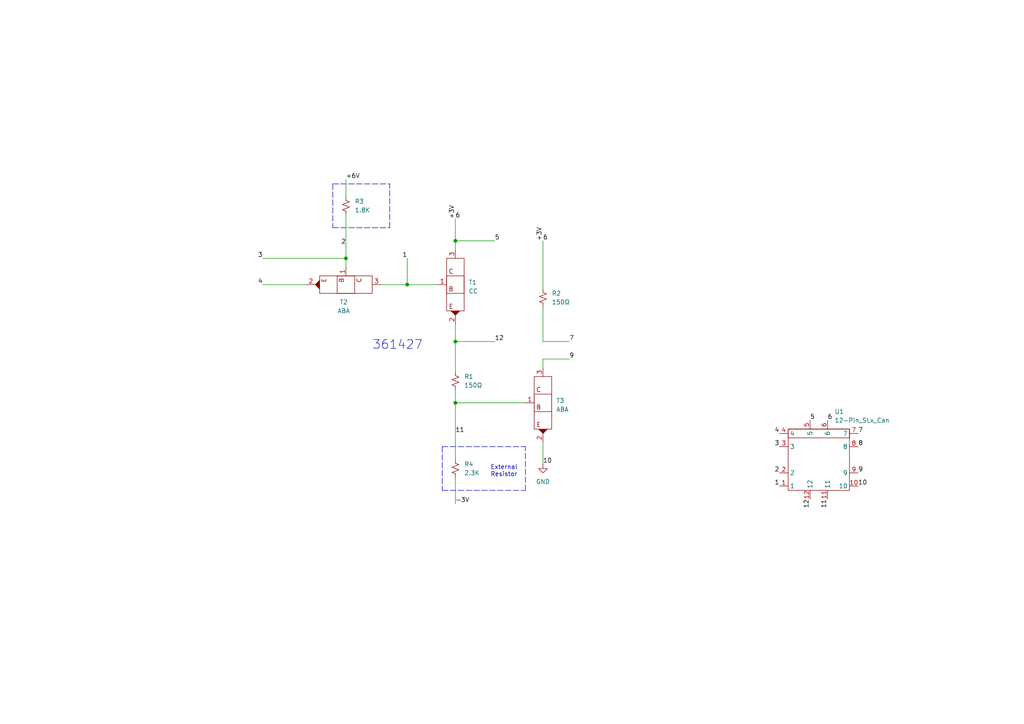
<source format=kicad_sch>
(kicad_sch (version 20211123) (generator eeschema)
  (paper "A4")
  (lib_symbols
    (symbol "Device:R_Small_US" (pin_numbers hide) (pin_names (offset 0.254) hide)
      (property "Reference" "R" (at 0.762 0.508 0))
      (property "Value" "R_Small_US" (at 0.762 -1.016 0))
      (symbol "R_Small_US_1_1"
        (polyline (pts (xy 0 0) (xy 1.016 -0.381) (xy 0 -0.762) (xy -1.016 -1.143) (xy 0 -1.524)))
        (polyline (pts (xy 0 1.524) (xy 1.016 1.143) (xy 0 0.762) (xy -1.016 0.381) (xy 0 0)))
        (pin passive line (at 0 2.54 270) (length 1.016) (name "~") (number "1"))
        (pin passive line (at 0 -2.54 90) (length 1.016) (name "~") (number "2"))
      )
    )
    (symbol "IBM_SLT-SLD:12-Pin_SLx_Can"
      (property "Reference" "U" (at 0 -2.54 0))
      (property "Value" "12-Pin_SLx_Can" (at 0 0 0))
      (symbol "12-Pin_SLx_Can_0_1"
        (rectangle (start -8.89 8.89) (end 8.89 -8.89))
        (rectangle (start -8.89 8.89) (end 8.89 6.35))
      )
      (symbol "12-Pin_SLx_Can_1_1"
        (pin passive line (at -11.43 -7.62 0) (length 2.54) (name "1") (number "1"))
        (pin passive line (at 11.43 -7.62 180) (length 2.54) (name "10") (number "10"))
        (pin passive line (at 2.54 -11.43 90) (length 2.54) (name "11") (number "11"))
        (pin passive line (at -2.54 -11.43 90) (length 2.54) (name "12") (number "12"))
        (pin passive line (at -11.43 -3.81 0) (length 2.54) (name "2") (number "2"))
        (pin passive line (at -11.43 3.81 0) (length 2.54) (name "3") (number "3"))
        (pin passive line (at -11.43 7.62 0) (length 2.54) (name "4") (number "4"))
        (pin passive line (at -2.54 11.43 270) (length 2.54) (name "5") (number "5"))
        (pin passive line (at 2.54 11.43 270) (length 2.54) (name "6") (number "6"))
        (pin passive line (at 11.43 7.62 180) (length 2.54) (name "7") (number "7"))
        (pin passive line (at 11.43 3.81 180) (length 2.54) (name "8") (number "8"))
        (pin passive line (at 11.43 -3.81 180) (length 2.54) (name "9") (number "9"))
      )
    )
    (symbol "IBM_SLT-SLD:IBM_Transistor"
      (property "Reference" "T" (at 0 5.08 0))
      (property "Value" "IBM_Transistor" (at 7.62 8.89 0))
      (symbol "IBM_Transistor_0_0"
        (text "B" (at -1.27 -1.27 0) (effects (font (size 1.27 1.27))))
        (text "C" (at -1.27 3.81 0) (effects (font (size 1.27 1.27))))
        (text "E" (at -1.27 -6.35 0) (effects (font (size 1.27 1.27))))
      )
      (symbol "IBM_Transistor_0_1"
        (rectangle (start -2.54 2.54) (end 2.54 -2.54))
        (rectangle (start -2.54 7.62) (end 2.54 -7.62))
        (polyline (pts (xy -1.27 -7.62) (xy 0 -8.89) (xy 1.27 -7.62)) (fill (type outline)))
      )
      (symbol "IBM_Transistor_1_1"
        (pin passive line (at -5.08 0 0) (length 2.54) (name "B") (number "1"))
        (pin passive line (at 0 -11.43 90) (length 2.54) (name "E") (number "2"))
        (pin passive line (at 0 10.16 270) (length 2.54) (name "C") (number "3"))
      )
    )
    (symbol "power:GND" (power) (pin_names (offset 0))
      (property "Value" "GND" (at 0 -3.81 0))
      (symbol "GND_0_1"
        (polyline (pts (xy 0 0) (xy 0 -1.27) (xy 1.27 -1.27) (xy 0 -2.54) (xy -1.27 -1.27) (xy 0 -1.27)))
      )
      (symbol "GND_1_1"
        (pin power_in line (at 0 0 270) (length 0) hide (name "GND") (number "1"))
      )
    )
  )
  (junction (at 118.11 82.55))
  (junction (at 132.08 69.85))
  (junction (at 100.33 74.93))
  (junction (at 132.08 99.06))
  (junction (at 132.08 116.84))
  (polyline (pts (xy 152.4 142.24) (xy 152.4 129.54)))
  (polyline (pts (xy 128.27 142.24) (xy 152.4 142.24)))
  (wire (pts (xy 118.11 82.55) (xy 127 82.55)))
  (wire (pts (xy 100.33 74.93) (xy 100.33 77.47)))
  (wire (pts (xy 132.08 63.5) (xy 132.08 69.85)))
  (wire (pts (xy 76.2 82.55) (xy 88.9 82.55)))
  (wire (pts (xy 132.08 116.84) (xy 132.08 133.35)))
  (wire (pts (xy 157.48 104.14) (xy 165.1 104.14)))
  (wire (pts (xy 143.51 99.06) (xy 132.08 99.06)))
  (wire (pts (xy 100.33 52.07) (xy 100.33 57.15)))
  (wire (pts (xy 132.08 99.06) (xy 132.08 93.98)))
  (wire (pts (xy 157.48 128.27) (xy 157.48 134.62)))
  (polyline (pts (xy 128.27 129.54) (xy 128.27 142.24)))
  (polyline (pts (xy 96.52 53.34) (xy 96.52 66.04)))
  (wire (pts (xy 132.08 116.84) (xy 152.4 116.84)))
  (wire (pts (xy 110.49 82.55) (xy 118.11 82.55)))
  (wire (pts (xy 118.11 82.55) (xy 118.11 74.93)))
  (wire (pts (xy 157.48 99.06) (xy 157.48 88.9)))
  (wire (pts (xy 165.1 99.06) (xy 157.48 99.06)))
  (wire (pts (xy 132.08 138.43) (xy 132.08 146.05)))
  (wire (pts (xy 132.08 116.84) (xy 132.08 113.03)))
  (wire (pts (xy 100.33 62.23) (xy 100.33 74.93)))
  (wire (pts (xy 157.48 106.68) (xy 157.48 104.14)))
  (wire (pts (xy 132.08 99.06) (xy 132.08 107.95)))
  (wire (pts (xy 76.2 74.93) (xy 100.33 74.93)))
  (polyline (pts (xy 128.27 129.54) (xy 152.4 129.54)))
  (polyline (pts (xy 96.52 53.34) (xy 113.03 53.34)))
  (polyline (pts (xy 96.52 66.04) (xy 113.03 66.04)))
  (wire (pts (xy 132.08 69.85) (xy 132.08 72.39)))
  (wire (pts (xy 132.08 69.85) (xy 143.51 69.85)))
  (polyline (pts (xy 113.03 66.04) (xy 113.03 53.34)))
  (wire (pts (xy 157.48 69.85) (xy 157.48 83.82)))
  (text "External\nResistor" (at 142.24 138.43 0) (effects (font (size 1.27 1.27)) (justify left bottom)))
  (text "361427" (at 107.95 101.6 0) (effects (font (size 2.54 2.54)) (justify left bottom)))
  (label "9" (at 248.92 137.16 0))
  (label "7" (at 248.92 125.73 0))
  (label "6" (at 157.48 69.85 0))
  (label "9" (at 165.1 104.14 0))
  (label "5" (at 234.95 121.92 0))
  (label "11" (at 240.03 144.78 270))
  (label "12" (at 143.51 99.06 0))
  (label "5" (at 143.51 69.85 0))
  (label "7" (at 165.1 99.06 0))
  (label "4" (at 226.06 125.73 180))
  (label "6" (at 132.08 63.5 0))
  (label "10" (at 248.92 140.97 0))
  (label "3" (at 226.06 129.54 180))
  (label "11" (at 132.08 125.73 0))
  (label "8" (at 248.92 129.54 0))
  (label "2" (at 100.33 71.12 180))
  (label "1" (at 226.06 140.97 180))
  (label "1" (at 118.11 74.93 180))
  (label "-3V" (at 132.08 146.05 0))
  (label "10" (at 157.48 134.62 0))
  (label "+3V" (at 132.08 63.5 90))
  (label "+6V" (at 100.33 52.07 0))
  (label "12" (at 234.95 144.78 270))
  (label "4" (at 76.2 82.55 180))
  (label "3" (at 76.2 74.93 180))
  (label "2" (at 226.06 137.16 180))
  (label "6" (at 240.03 121.92 0))
  (label "+3V" (at 157.48 69.85 90))
  (symbol (lib_id "power:GND") (at 157.48 134.62 0) (unit 1)
    (property "Reference" "#PWR0102" (effects hide))
    (property "Value" "GND" (at 157.48 139.7 0))
  )
  (symbol (lib_id "Device:R_Small_US") (at 100.33 59.69 0) (unit 1)
    (property "Reference" "R3" (at 102.87 58.4199 0) (effects (justify left)))
    (property "Value" "1.8K" (at 102.87 60.9599 0) (effects (justify left)))
    (property "Footprint" "Resistor_SMD:R_0201_0603Metric" (effects hide))
  )
  (symbol (lib_id "Device:R_Small_US") (at 132.08 135.89 0) (unit 1)
    (property "Reference" "R4" (at 134.62 134.6199 0) (effects (justify left)))
    (property "Value" "2.3K" (at 134.62 137.1599 0) (effects (justify left)))
    (property "Footprint" "Resistor_SMD:R_0201_0603Metric" (effects hide))
  )
  (symbol (lib_id "IBM_SLT-SLD:IBM_Transistor") (at 157.48 116.84 0) (unit 1)
    (property "Reference" "T3" (at 161.29 116.2049 0) (effects (justify left)))
    (property "Value" "ABA" (at 161.29 118.7449 0) (effects (justify left)))
  )
  (symbol (lib_id "IBM_SLT-SLD:IBM_Transistor") (at 100.33 82.55 270) (unit 1)
    (property "Reference" "T2" (at 99.695 87.63 90))
    (property "Value" "ABA" (at 99.695 90.17 90))
  )
  (symbol (lib_id "IBM_SLT-SLD:12-Pin_SLx_Can") (at 237.49 133.35 0) (unit 1)
    (property "Reference" "U1" (at 242.0494 119.38 0) (effects (justify left)))
    (property "Value" "12-Pin_SLx_Can" (at 242.0494 121.92 0) (effects (justify left)))
    (property "Footprint" "IBM_SLT-SLD:12-Pin_SLx_Can" (effects hide))
  )
  (symbol (lib_id "IBM_SLT-SLD:IBM_Transistor") (at 132.08 82.55 0) (unit 1)
    (property "Reference" "T1" (at 135.89 81.9149 0) (effects (justify left)))
    (property "Value" "CC" (at 135.89 84.4549 0) (effects (justify left)))
  )
  (symbol (lib_id "Device:R_Small_US") (at 132.08 110.49 180) (unit 1)
    (property "Reference" "R1" (at 134.62 109.2199 0) (effects (justify right)))
    (property "Value" "150Ω" (at 134.62 111.7599 0) (effects (justify right)))
    (property "Footprint" "Resistor_SMD:R_0201_0603Metric" (effects hide))
  )
  (symbol (lib_id "Device:R_Small_US") (at 157.48 86.36 180) (unit 1)
    (property "Reference" "R2" (at 160.02 85.0899 0) (effects (justify right)))
    (property "Value" "150Ω" (at 160.02 87.6299 0) (effects (justify right)))
    (property "Footprint" "Resistor_SMD:R_0201_0603Metric" (effects hide))
  )
)
</source>
